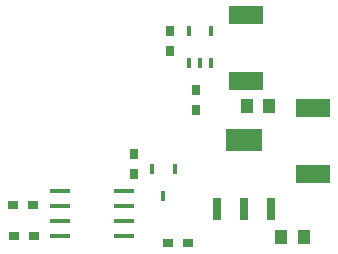
<source format=gbr>
G04 DipTrace 3.3.1.3*
G04 TopPaste.gbr*
%MOMM*%
G04 #@! TF.FileFunction,Paste,Top*
G04 #@! TF.Part,Single*
%ADD44R,0.4X0.9*%
%ADD46R,3.05X1.95*%
%ADD48R,0.75X1.95*%
%ADD50R,1.8X0.4*%
%ADD52R,3.0X1.6*%
%ADD58R,0.45X0.85*%
%ADD60R,0.8X0.9*%
%ADD62R,1.1X1.3*%
%ADD64R,0.9X0.8*%
%FSLAX35Y35*%
G04*
G71*
G90*
G75*
G01*
G04 TopPaste*
%LPD*%
D64*
X1443000Y1472000D3*
X1613000D3*
D62*
X3704000Y1465000D3*
X3894000D3*
X3410000Y2573000D3*
X3600000D3*
D64*
X2745000Y1411000D3*
X2915000D3*
D60*
X2766000Y3209000D3*
Y3039000D3*
D58*
X2802000Y2042000D3*
X2612000D3*
X2707000Y1812000D3*
D64*
X1436000Y1731000D3*
X1606000D3*
D60*
X2454000Y1994000D3*
Y2164000D3*
D52*
X3409000Y3344000D3*
Y2784000D3*
X3969000Y2559000D3*
Y1999000D3*
D60*
X2980000Y2709000D3*
Y2539000D3*
D50*
X2373000Y1472000D3*
Y1599000D3*
Y1726000D3*
Y1853000D3*
X1833000D3*
Y1726000D3*
Y1599000D3*
Y1472000D3*
D48*
X3157000Y1701000D3*
X3387000D3*
X3617000D3*
D46*
X3387000Y2281000D3*
D44*
X2921000Y2940000D3*
X3016000D3*
X3111000D3*
Y3210000D3*
X2921000D3*
M02*

</source>
